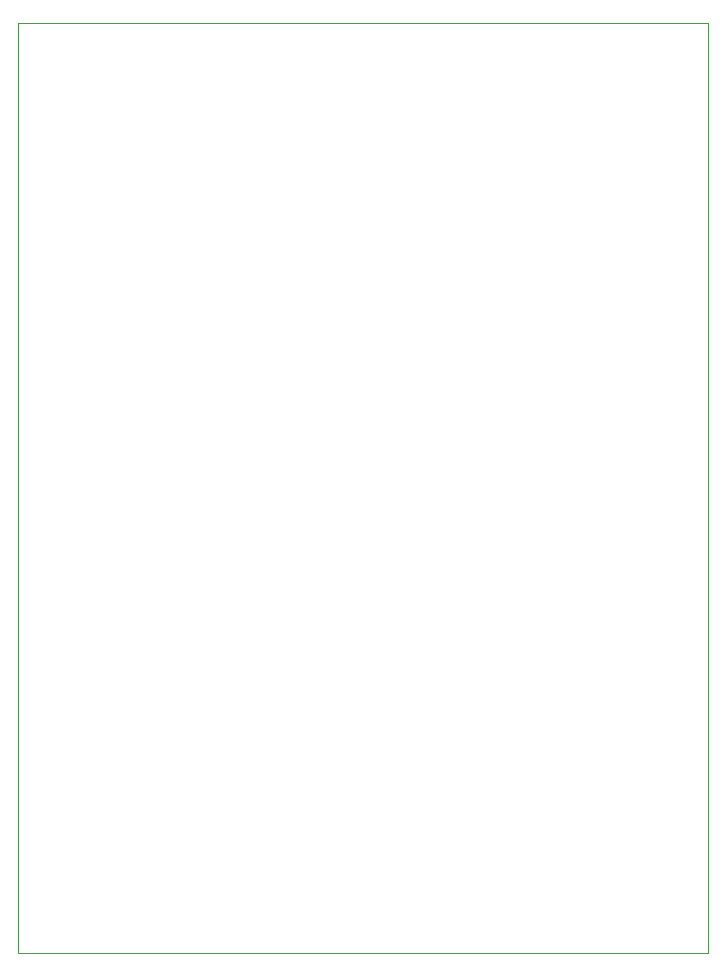
<source format=gbr>
%TF.GenerationSoftware,KiCad,Pcbnew,8.0.1-8.0.1-1~ubuntu22.04.1*%
%TF.CreationDate,2024-04-11T13:13:12-04:00*%
%TF.ProjectId,wiring,77697269-6e67-42e6-9b69-6361645f7063,rev?*%
%TF.SameCoordinates,Original*%
%TF.FileFunction,Profile,NP*%
%FSLAX46Y46*%
G04 Gerber Fmt 4.6, Leading zero omitted, Abs format (unit mm)*
G04 Created by KiCad (PCBNEW 8.0.1-8.0.1-1~ubuntu22.04.1) date 2024-04-11 13:13:12*
%MOMM*%
%LPD*%
G01*
G04 APERTURE LIST*
%TA.AperFunction,Profile*%
%ADD10C,0.050000*%
%TD*%
G04 APERTURE END LIST*
D10*
X147320000Y-109220000D02*
X147320000Y-30480000D01*
X205740000Y-109220000D02*
X147320000Y-109220000D01*
X205740000Y-30480000D02*
X205740000Y-109220000D01*
X147320000Y-30480000D02*
X205740000Y-30480000D01*
M02*

</source>
